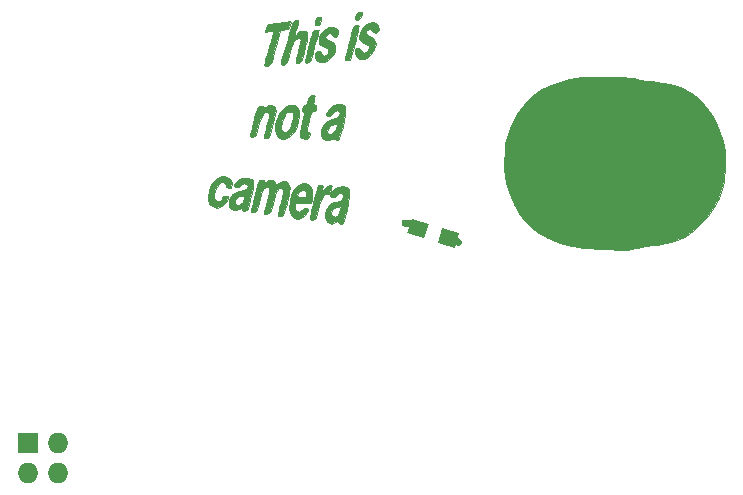
<source format=gbr>
G04 #@! TF.FileFunction,Copper,L1,Top,Signal*
%FSLAX46Y46*%
G04 Gerber Fmt 4.6, Leading zero omitted, Abs format (unit mm)*
G04 Created by KiCad (PCBNEW 4.0.6) date 07/30/18 20:29:26*
%MOMM*%
%LPD*%
G01*
G04 APERTURE LIST*
%ADD10C,0.100000*%
%ADD11C,0.010000*%
%ADD12R,1.727200X1.727200*%
%ADD13O,1.727200X1.727200*%
%ADD14C,0.600000*%
%ADD15C,0.609600*%
G04 APERTURE END LIST*
D10*
D11*
G36*
X136521922Y-95421601D02*
X137179081Y-95452981D01*
X137748012Y-95500771D01*
X138193201Y-95564942D01*
X138284783Y-95584419D01*
X138681261Y-95664283D01*
X139171138Y-95744669D01*
X139678921Y-95813834D01*
X139960228Y-95845007D01*
X140582013Y-95918756D01*
X141091014Y-96012550D01*
X141543712Y-96141630D01*
X141996588Y-96321235D01*
X142357393Y-96491837D01*
X143085043Y-96909632D01*
X143707481Y-97397664D01*
X144243385Y-97977759D01*
X144711434Y-98671742D01*
X145130309Y-99501439D01*
X145318251Y-99951433D01*
X145614881Y-100832060D01*
X145787413Y-101682735D01*
X145844167Y-102561758D01*
X145807316Y-103378000D01*
X145759614Y-103836529D01*
X145699114Y-104282140D01*
X145633911Y-104661122D01*
X145577558Y-104902000D01*
X145284979Y-105671371D01*
X144875768Y-106437093D01*
X144374000Y-107169534D01*
X143803755Y-107839062D01*
X143189109Y-108416045D01*
X142554140Y-108870850D01*
X142197666Y-109061590D01*
X141742175Y-109251612D01*
X141262340Y-109402773D01*
X140717848Y-109524776D01*
X140068384Y-109627322D01*
X139615333Y-109683118D01*
X139157261Y-109743707D01*
X138712030Y-109817451D01*
X138333189Y-109894633D01*
X138091333Y-109959648D01*
X137933726Y-110008994D01*
X137779761Y-110044748D01*
X137604192Y-110067407D01*
X137381773Y-110077469D01*
X137087259Y-110075433D01*
X136695404Y-110061797D01*
X136180961Y-110037058D01*
X135636000Y-110008082D01*
X135018843Y-109970596D01*
X134409460Y-109926242D01*
X133844595Y-109878241D01*
X133360994Y-109829811D01*
X132995400Y-109784171D01*
X132892151Y-109767719D01*
X131819509Y-109498492D01*
X130834543Y-109087571D01*
X129945353Y-108542735D01*
X129160040Y-107871762D01*
X128486706Y-107082430D01*
X127933452Y-106182518D01*
X127508379Y-105179803D01*
X127282345Y-104381585D01*
X127196213Y-103851530D01*
X127147642Y-103216310D01*
X127135962Y-102528820D01*
X127160506Y-101841952D01*
X127220606Y-101208597D01*
X127315594Y-100681648D01*
X127329771Y-100626333D01*
X127692717Y-99558655D01*
X128179158Y-98606479D01*
X128786738Y-97772012D01*
X129513100Y-97057462D01*
X130355890Y-96465037D01*
X131312750Y-95996944D01*
X132381326Y-95655392D01*
X132715000Y-95579656D01*
X133155719Y-95511932D01*
X133721299Y-95460801D01*
X134376223Y-95426233D01*
X135084978Y-95408197D01*
X135812049Y-95406663D01*
X136521922Y-95421601D01*
X136521922Y-95421601D01*
G37*
X136521922Y-95421601D02*
X137179081Y-95452981D01*
X137748012Y-95500771D01*
X138193201Y-95564942D01*
X138284783Y-95584419D01*
X138681261Y-95664283D01*
X139171138Y-95744669D01*
X139678921Y-95813834D01*
X139960228Y-95845007D01*
X140582013Y-95918756D01*
X141091014Y-96012550D01*
X141543712Y-96141630D01*
X141996588Y-96321235D01*
X142357393Y-96491837D01*
X143085043Y-96909632D01*
X143707481Y-97397664D01*
X144243385Y-97977759D01*
X144711434Y-98671742D01*
X145130309Y-99501439D01*
X145318251Y-99951433D01*
X145614881Y-100832060D01*
X145787413Y-101682735D01*
X145844167Y-102561758D01*
X145807316Y-103378000D01*
X145759614Y-103836529D01*
X145699114Y-104282140D01*
X145633911Y-104661122D01*
X145577558Y-104902000D01*
X145284979Y-105671371D01*
X144875768Y-106437093D01*
X144374000Y-107169534D01*
X143803755Y-107839062D01*
X143189109Y-108416045D01*
X142554140Y-108870850D01*
X142197666Y-109061590D01*
X141742175Y-109251612D01*
X141262340Y-109402773D01*
X140717848Y-109524776D01*
X140068384Y-109627322D01*
X139615333Y-109683118D01*
X139157261Y-109743707D01*
X138712030Y-109817451D01*
X138333189Y-109894633D01*
X138091333Y-109959648D01*
X137933726Y-110008994D01*
X137779761Y-110044748D01*
X137604192Y-110067407D01*
X137381773Y-110077469D01*
X137087259Y-110075433D01*
X136695404Y-110061797D01*
X136180961Y-110037058D01*
X135636000Y-110008082D01*
X135018843Y-109970596D01*
X134409460Y-109926242D01*
X133844595Y-109878241D01*
X133360994Y-109829811D01*
X132995400Y-109784171D01*
X132892151Y-109767719D01*
X131819509Y-109498492D01*
X130834543Y-109087571D01*
X129945353Y-108542735D01*
X129160040Y-107871762D01*
X128486706Y-107082430D01*
X127933452Y-106182518D01*
X127508379Y-105179803D01*
X127282345Y-104381585D01*
X127196213Y-103851530D01*
X127147642Y-103216310D01*
X127135962Y-102528820D01*
X127160506Y-101841952D01*
X127220606Y-101208597D01*
X127315594Y-100681648D01*
X127329771Y-100626333D01*
X127692717Y-99558655D01*
X128179158Y-98606479D01*
X128786738Y-97772012D01*
X129513100Y-97057462D01*
X130355890Y-96465037D01*
X131312750Y-95996944D01*
X132381326Y-95655392D01*
X132715000Y-95579656D01*
X133155719Y-95511932D01*
X133721299Y-95460801D01*
X134376223Y-95426233D01*
X135084978Y-95408197D01*
X135812049Y-95406663D01*
X136521922Y-95421601D01*
G36*
X113492696Y-104680270D02*
X113722757Y-104730567D01*
X113887172Y-104828809D01*
X113988069Y-104992992D01*
X114027574Y-105241114D01*
X114007814Y-105591169D01*
X113930916Y-106061155D01*
X113799006Y-106669067D01*
X113751537Y-106870500D01*
X113649088Y-107290407D01*
X113571344Y-107572276D01*
X113506257Y-107743363D01*
X113441777Y-107830926D01*
X113365854Y-107862222D01*
X113311768Y-107865333D01*
X113137579Y-107821111D01*
X113063728Y-107746439D01*
X113008882Y-107673661D01*
X112898903Y-107693585D01*
X112791219Y-107745918D01*
X112544385Y-107847119D01*
X112359508Y-107830920D01*
X112168263Y-107688083D01*
X112137151Y-107657515D01*
X111974810Y-107387792D01*
X111945764Y-107128467D01*
X112485695Y-107128467D01*
X112491100Y-107144931D01*
X112608238Y-107250518D01*
X112796826Y-107261382D01*
X112989637Y-107179975D01*
X113050796Y-107124500D01*
X113162236Y-106942440D01*
X113258259Y-106696142D01*
X113265681Y-106669983D01*
X113348859Y-106363633D01*
X113072416Y-106425981D01*
X112851032Y-106487096D01*
X112698744Y-106548455D01*
X112696097Y-106550055D01*
X112571273Y-106701812D01*
X112490284Y-106926117D01*
X112485695Y-107128467D01*
X111945764Y-107128467D01*
X111938834Y-107066604D01*
X112011812Y-106731942D01*
X112176333Y-106421796D01*
X112414985Y-106174156D01*
X112710358Y-106027011D01*
X112895579Y-106002666D01*
X113205842Y-105948083D01*
X113425580Y-105801452D01*
X113522313Y-105588457D01*
X113521667Y-105507646D01*
X113458945Y-105331165D01*
X113292729Y-105260124D01*
X113263549Y-105256278D01*
X113070130Y-105274572D01*
X112948055Y-105414623D01*
X112930100Y-105451954D01*
X112826709Y-105608467D01*
X112683603Y-105634659D01*
X112612058Y-105619960D01*
X112429822Y-105566272D01*
X112372903Y-105495482D01*
X112422001Y-105353764D01*
X112477534Y-105244790D01*
X112727496Y-104923868D01*
X113063082Y-104727074D01*
X113445970Y-104675718D01*
X113492696Y-104680270D01*
X113492696Y-104680270D01*
G37*
X113492696Y-104680270D02*
X113722757Y-104730567D01*
X113887172Y-104828809D01*
X113988069Y-104992992D01*
X114027574Y-105241114D01*
X114007814Y-105591169D01*
X113930916Y-106061155D01*
X113799006Y-106669067D01*
X113751537Y-106870500D01*
X113649088Y-107290407D01*
X113571344Y-107572276D01*
X113506257Y-107743363D01*
X113441777Y-107830926D01*
X113365854Y-107862222D01*
X113311768Y-107865333D01*
X113137579Y-107821111D01*
X113063728Y-107746439D01*
X113008882Y-107673661D01*
X112898903Y-107693585D01*
X112791219Y-107745918D01*
X112544385Y-107847119D01*
X112359508Y-107830920D01*
X112168263Y-107688083D01*
X112137151Y-107657515D01*
X111974810Y-107387792D01*
X111945764Y-107128467D01*
X112485695Y-107128467D01*
X112491100Y-107144931D01*
X112608238Y-107250518D01*
X112796826Y-107261382D01*
X112989637Y-107179975D01*
X113050796Y-107124500D01*
X113162236Y-106942440D01*
X113258259Y-106696142D01*
X113265681Y-106669983D01*
X113348859Y-106363633D01*
X113072416Y-106425981D01*
X112851032Y-106487096D01*
X112698744Y-106548455D01*
X112696097Y-106550055D01*
X112571273Y-106701812D01*
X112490284Y-106926117D01*
X112485695Y-107128467D01*
X111945764Y-107128467D01*
X111938834Y-107066604D01*
X112011812Y-106731942D01*
X112176333Y-106421796D01*
X112414985Y-106174156D01*
X112710358Y-106027011D01*
X112895579Y-106002666D01*
X113205842Y-105948083D01*
X113425580Y-105801452D01*
X113522313Y-105588457D01*
X113521667Y-105507646D01*
X113458945Y-105331165D01*
X113292729Y-105260124D01*
X113263549Y-105256278D01*
X113070130Y-105274572D01*
X112948055Y-105414623D01*
X112930100Y-105451954D01*
X112826709Y-105608467D01*
X112683603Y-105634659D01*
X112612058Y-105619960D01*
X112429822Y-105566272D01*
X112372903Y-105495482D01*
X112422001Y-105353764D01*
X112477534Y-105244790D01*
X112727496Y-104923868D01*
X113063082Y-104727074D01*
X113445970Y-104675718D01*
X113492696Y-104680270D01*
G36*
X111530024Y-104562755D02*
X111561206Y-104563333D01*
X111712279Y-104584103D01*
X111755131Y-104681286D01*
X111742631Y-104812622D01*
X111706043Y-105061911D01*
X111989967Y-104812622D01*
X112209669Y-104650051D01*
X112392897Y-104567616D01*
X112504032Y-104577766D01*
X112521527Y-104626833D01*
X112500321Y-104743031D01*
X112448376Y-104951078D01*
X112432881Y-105007833D01*
X112348296Y-105225709D01*
X112234443Y-105315553D01*
X112151778Y-105325333D01*
X111949702Y-105374641D01*
X111774035Y-105533364D01*
X111614859Y-105817701D01*
X111462256Y-106243852D01*
X111357138Y-106623058D01*
X111254005Y-107017942D01*
X111176781Y-107277005D01*
X111110773Y-107428820D01*
X111041288Y-107501960D01*
X110953636Y-107524998D01*
X110892506Y-107526666D01*
X110704427Y-107484905D01*
X110659333Y-107394714D01*
X110679119Y-107265222D01*
X110733083Y-107008188D01*
X110813137Y-106660042D01*
X110911188Y-106257215D01*
X110917857Y-106230547D01*
X111058692Y-105667214D01*
X111165067Y-105246952D01*
X111245024Y-104948920D01*
X111306606Y-104752276D01*
X111357854Y-104636179D01*
X111406812Y-104579788D01*
X111461521Y-104562260D01*
X111530024Y-104562755D01*
X111530024Y-104562755D01*
G37*
X111530024Y-104562755D02*
X111561206Y-104563333D01*
X111712279Y-104584103D01*
X111755131Y-104681286D01*
X111742631Y-104812622D01*
X111706043Y-105061911D01*
X111989967Y-104812622D01*
X112209669Y-104650051D01*
X112392897Y-104567616D01*
X112504032Y-104577766D01*
X112521527Y-104626833D01*
X112500321Y-104743031D01*
X112448376Y-104951078D01*
X112432881Y-105007833D01*
X112348296Y-105225709D01*
X112234443Y-105315553D01*
X112151778Y-105325333D01*
X111949702Y-105374641D01*
X111774035Y-105533364D01*
X111614859Y-105817701D01*
X111462256Y-106243852D01*
X111357138Y-106623058D01*
X111254005Y-107017942D01*
X111176781Y-107277005D01*
X111110773Y-107428820D01*
X111041288Y-107501960D01*
X110953636Y-107524998D01*
X110892506Y-107526666D01*
X110704427Y-107484905D01*
X110659333Y-107394714D01*
X110679119Y-107265222D01*
X110733083Y-107008188D01*
X110813137Y-106660042D01*
X110911188Y-106257215D01*
X110917857Y-106230547D01*
X111058692Y-105667214D01*
X111165067Y-105246952D01*
X111245024Y-104948920D01*
X111306606Y-104752276D01*
X111357854Y-104636179D01*
X111406812Y-104579788D01*
X111461521Y-104562260D01*
X111530024Y-104562755D01*
G36*
X110530547Y-104470156D02*
X110726448Y-104681537D01*
X110847622Y-105002513D01*
X110883161Y-105407451D01*
X110847448Y-105748666D01*
X110778497Y-106129666D01*
X110083915Y-106103917D01*
X109389333Y-106078169D01*
X109389333Y-106362151D01*
X109441579Y-106648540D01*
X109578134Y-106813868D01*
X109768719Y-106843235D01*
X109983056Y-106721744D01*
X110027706Y-106676272D01*
X110206579Y-106556885D01*
X110396231Y-106536813D01*
X110533509Y-106617885D01*
X110554650Y-106661012D01*
X110518723Y-106775649D01*
X110388687Y-106957841D01*
X110253742Y-107105512D01*
X109927158Y-107359931D01*
X109622761Y-107446896D01*
X109338949Y-107366608D01*
X109179429Y-107239792D01*
X108976053Y-106925159D01*
X108902557Y-106514199D01*
X108958120Y-106000560D01*
X108997774Y-105833333D01*
X109107334Y-105523739D01*
X109587161Y-105523739D01*
X109722191Y-105580894D01*
X109876166Y-105601572D01*
X110149465Y-105622499D01*
X110298363Y-105603582D01*
X110365995Y-105529587D01*
X110390666Y-105419874D01*
X110367084Y-105177378D01*
X110239614Y-105034721D01*
X110049939Y-105005245D01*
X109839744Y-105102291D01*
X109734145Y-105209751D01*
X109595000Y-105410659D01*
X109587161Y-105523739D01*
X109107334Y-105523739D01*
X109192619Y-105282745D01*
X109451887Y-104852500D01*
X109763293Y-104556487D01*
X110114548Y-104408600D01*
X110270830Y-104394000D01*
X110530547Y-104470156D01*
X110530547Y-104470156D01*
G37*
X110530547Y-104470156D02*
X110726448Y-104681537D01*
X110847622Y-105002513D01*
X110883161Y-105407451D01*
X110847448Y-105748666D01*
X110778497Y-106129666D01*
X110083915Y-106103917D01*
X109389333Y-106078169D01*
X109389333Y-106362151D01*
X109441579Y-106648540D01*
X109578134Y-106813868D01*
X109768719Y-106843235D01*
X109983056Y-106721744D01*
X110027706Y-106676272D01*
X110206579Y-106556885D01*
X110396231Y-106536813D01*
X110533509Y-106617885D01*
X110554650Y-106661012D01*
X110518723Y-106775649D01*
X110388687Y-106957841D01*
X110253742Y-107105512D01*
X109927158Y-107359931D01*
X109622761Y-107446896D01*
X109338949Y-107366608D01*
X109179429Y-107239792D01*
X108976053Y-106925159D01*
X108902557Y-106514199D01*
X108958120Y-106000560D01*
X108997774Y-105833333D01*
X109107334Y-105523739D01*
X109587161Y-105523739D01*
X109722191Y-105580894D01*
X109876166Y-105601572D01*
X110149465Y-105622499D01*
X110298363Y-105603582D01*
X110365995Y-105529587D01*
X110390666Y-105419874D01*
X110367084Y-105177378D01*
X110239614Y-105034721D01*
X110049939Y-105005245D01*
X109839744Y-105102291D01*
X109734145Y-105209751D01*
X109595000Y-105410659D01*
X109587161Y-105523739D01*
X109107334Y-105523739D01*
X109192619Y-105282745D01*
X109451887Y-104852500D01*
X109763293Y-104556487D01*
X110114548Y-104408600D01*
X110270830Y-104394000D01*
X110530547Y-104470156D01*
G36*
X106777510Y-104155646D02*
X106824858Y-104225409D01*
X106804199Y-104318156D01*
X106747654Y-104496313D01*
X106998632Y-104310757D01*
X107218520Y-104193243D01*
X107423396Y-104151885D01*
X107442991Y-104153767D01*
X107580277Y-104198744D01*
X107696707Y-104314105D01*
X107834474Y-104542185D01*
X107839707Y-104551819D01*
X107909092Y-104526536D01*
X108057419Y-104424231D01*
X108083959Y-104403652D01*
X108375317Y-104252508D01*
X108637310Y-104255176D01*
X108839816Y-104397305D01*
X108952712Y-104664545D01*
X108966260Y-104824000D01*
X108945407Y-105017621D01*
X108888421Y-105331346D01*
X108803984Y-105721978D01*
X108700774Y-106146326D01*
X108699615Y-106150833D01*
X108588204Y-106578589D01*
X108505378Y-106868858D01*
X108438077Y-107048287D01*
X108373245Y-107143521D01*
X108297822Y-107181208D01*
X108198752Y-107187993D01*
X108191355Y-107188000D01*
X108018581Y-107168703D01*
X107950308Y-107124500D01*
X107970063Y-107021892D01*
X108023585Y-106789956D01*
X108102637Y-106463401D01*
X108196232Y-106087844D01*
X108312150Y-105589370D01*
X108369351Y-105231533D01*
X108367322Y-104995950D01*
X108305546Y-104864242D01*
X108183509Y-104818028D01*
X108160639Y-104817333D01*
X108027958Y-104874078D01*
X107896335Y-105053103D01*
X107759352Y-105367593D01*
X107610589Y-105830733D01*
X107535166Y-106102052D01*
X107429983Y-106488419D01*
X107351559Y-106740996D01*
X107282912Y-106889579D01*
X107207058Y-106963965D01*
X107107013Y-106993950D01*
X107021235Y-107003717D01*
X106835833Y-107009080D01*
X106779882Y-106960575D01*
X106798694Y-106882779D01*
X106874135Y-106651326D01*
X106960660Y-106332927D01*
X107049275Y-105968497D01*
X107130988Y-105598955D01*
X107196805Y-105265215D01*
X107237732Y-105008195D01*
X107244777Y-104868810D01*
X107242890Y-104861860D01*
X107127825Y-104749827D01*
X106954176Y-104751078D01*
X106782310Y-104858377D01*
X106731474Y-104923166D01*
X106659085Y-105083309D01*
X106560934Y-105363327D01*
X106451858Y-105718701D01*
X106378797Y-105981500D01*
X106274342Y-106366532D01*
X106196372Y-106616664D01*
X106129052Y-106760955D01*
X106056549Y-106828465D01*
X105963029Y-106848253D01*
X105905941Y-106849333D01*
X105732805Y-106829212D01*
X105664000Y-106782979D01*
X105685043Y-106682101D01*
X105743060Y-106447790D01*
X105830375Y-106109956D01*
X105939318Y-105698508D01*
X106002666Y-105462810D01*
X106119610Y-105027726D01*
X106219074Y-104653610D01*
X106293445Y-104369420D01*
X106335111Y-104204110D01*
X106341333Y-104174497D01*
X106415183Y-104150461D01*
X106593613Y-104140014D01*
X106601038Y-104140000D01*
X106777510Y-104155646D01*
X106777510Y-104155646D01*
G37*
X106777510Y-104155646D02*
X106824858Y-104225409D01*
X106804199Y-104318156D01*
X106747654Y-104496313D01*
X106998632Y-104310757D01*
X107218520Y-104193243D01*
X107423396Y-104151885D01*
X107442991Y-104153767D01*
X107580277Y-104198744D01*
X107696707Y-104314105D01*
X107834474Y-104542185D01*
X107839707Y-104551819D01*
X107909092Y-104526536D01*
X108057419Y-104424231D01*
X108083959Y-104403652D01*
X108375317Y-104252508D01*
X108637310Y-104255176D01*
X108839816Y-104397305D01*
X108952712Y-104664545D01*
X108966260Y-104824000D01*
X108945407Y-105017621D01*
X108888421Y-105331346D01*
X108803984Y-105721978D01*
X108700774Y-106146326D01*
X108699615Y-106150833D01*
X108588204Y-106578589D01*
X108505378Y-106868858D01*
X108438077Y-107048287D01*
X108373245Y-107143521D01*
X108297822Y-107181208D01*
X108198752Y-107187993D01*
X108191355Y-107188000D01*
X108018581Y-107168703D01*
X107950308Y-107124500D01*
X107970063Y-107021892D01*
X108023585Y-106789956D01*
X108102637Y-106463401D01*
X108196232Y-106087844D01*
X108312150Y-105589370D01*
X108369351Y-105231533D01*
X108367322Y-104995950D01*
X108305546Y-104864242D01*
X108183509Y-104818028D01*
X108160639Y-104817333D01*
X108027958Y-104874078D01*
X107896335Y-105053103D01*
X107759352Y-105367593D01*
X107610589Y-105830733D01*
X107535166Y-106102052D01*
X107429983Y-106488419D01*
X107351559Y-106740996D01*
X107282912Y-106889579D01*
X107207058Y-106963965D01*
X107107013Y-106993950D01*
X107021235Y-107003717D01*
X106835833Y-107009080D01*
X106779882Y-106960575D01*
X106798694Y-106882779D01*
X106874135Y-106651326D01*
X106960660Y-106332927D01*
X107049275Y-105968497D01*
X107130988Y-105598955D01*
X107196805Y-105265215D01*
X107237732Y-105008195D01*
X107244777Y-104868810D01*
X107242890Y-104861860D01*
X107127825Y-104749827D01*
X106954176Y-104751078D01*
X106782310Y-104858377D01*
X106731474Y-104923166D01*
X106659085Y-105083309D01*
X106560934Y-105363327D01*
X106451858Y-105718701D01*
X106378797Y-105981500D01*
X106274342Y-106366532D01*
X106196372Y-106616664D01*
X106129052Y-106760955D01*
X106056549Y-106828465D01*
X105963029Y-106848253D01*
X105905941Y-106849333D01*
X105732805Y-106829212D01*
X105664000Y-106782979D01*
X105685043Y-106682101D01*
X105743060Y-106447790D01*
X105830375Y-106109956D01*
X105939318Y-105698508D01*
X106002666Y-105462810D01*
X106119610Y-105027726D01*
X106219074Y-104653610D01*
X106293445Y-104369420D01*
X106335111Y-104204110D01*
X106341333Y-104174497D01*
X106415183Y-104150461D01*
X106593613Y-104140014D01*
X106601038Y-104140000D01*
X106777510Y-104155646D01*
G36*
X105452673Y-104002249D02*
X105692103Y-104081016D01*
X105737541Y-104107870D01*
X105835681Y-104204021D01*
X105890472Y-104340985D01*
X105900361Y-104542203D01*
X105863796Y-104831114D01*
X105779221Y-105231160D01*
X105645085Y-105765781D01*
X105621788Y-105854500D01*
X105515524Y-106250608D01*
X105436346Y-106511085D01*
X105369284Y-106664327D01*
X105299365Y-106738730D01*
X105211620Y-106762690D01*
X105141922Y-106764666D01*
X104952738Y-106726848D01*
X104902000Y-106627299D01*
X104877662Y-106537804D01*
X104781257Y-106590140D01*
X104625422Y-106646930D01*
X104382299Y-106667367D01*
X104295995Y-106664007D01*
X104052932Y-106629159D01*
X103921962Y-106549474D01*
X103854574Y-106417668D01*
X103814158Y-106074598D01*
X103851363Y-105911075D01*
X104309333Y-105911075D01*
X104366176Y-106137306D01*
X104509802Y-106247502D01*
X104699852Y-106237472D01*
X104895969Y-106103026D01*
X104987594Y-105981500D01*
X105121647Y-105725840D01*
X105137689Y-105574052D01*
X105032017Y-105505078D01*
X104902000Y-105494666D01*
X104683897Y-105545615D01*
X104474480Y-105669955D01*
X104334611Y-105824924D01*
X104309333Y-105911075D01*
X103851363Y-105911075D01*
X103896569Y-105712388D01*
X104083670Y-105405723D01*
X104105954Y-105382469D01*
X104341355Y-105219101D01*
X104672913Y-105124991D01*
X104783634Y-105108924D01*
X105115182Y-105041872D01*
X105297854Y-104939005D01*
X105327736Y-104897510D01*
X105403372Y-104689610D01*
X105346847Y-104551022D01*
X105240100Y-104478363D01*
X105099570Y-104438565D01*
X104960406Y-104505810D01*
X104854734Y-104602901D01*
X104653028Y-104754086D01*
X104459082Y-104772382D01*
X104431967Y-104766338D01*
X104274894Y-104702112D01*
X104242482Y-104603029D01*
X104338514Y-104445237D01*
X104512533Y-104258533D01*
X104730328Y-104071320D01*
X104937184Y-103987699D01*
X105171027Y-103970666D01*
X105452673Y-104002249D01*
X105452673Y-104002249D01*
G37*
X105452673Y-104002249D02*
X105692103Y-104081016D01*
X105737541Y-104107870D01*
X105835681Y-104204021D01*
X105890472Y-104340985D01*
X105900361Y-104542203D01*
X105863796Y-104831114D01*
X105779221Y-105231160D01*
X105645085Y-105765781D01*
X105621788Y-105854500D01*
X105515524Y-106250608D01*
X105436346Y-106511085D01*
X105369284Y-106664327D01*
X105299365Y-106738730D01*
X105211620Y-106762690D01*
X105141922Y-106764666D01*
X104952738Y-106726848D01*
X104902000Y-106627299D01*
X104877662Y-106537804D01*
X104781257Y-106590140D01*
X104625422Y-106646930D01*
X104382299Y-106667367D01*
X104295995Y-106664007D01*
X104052932Y-106629159D01*
X103921962Y-106549474D01*
X103854574Y-106417668D01*
X103814158Y-106074598D01*
X103851363Y-105911075D01*
X104309333Y-105911075D01*
X104366176Y-106137306D01*
X104509802Y-106247502D01*
X104699852Y-106237472D01*
X104895969Y-106103026D01*
X104987594Y-105981500D01*
X105121647Y-105725840D01*
X105137689Y-105574052D01*
X105032017Y-105505078D01*
X104902000Y-105494666D01*
X104683897Y-105545615D01*
X104474480Y-105669955D01*
X104334611Y-105824924D01*
X104309333Y-105911075D01*
X103851363Y-105911075D01*
X103896569Y-105712388D01*
X104083670Y-105405723D01*
X104105954Y-105382469D01*
X104341355Y-105219101D01*
X104672913Y-105124991D01*
X104783634Y-105108924D01*
X105115182Y-105041872D01*
X105297854Y-104939005D01*
X105327736Y-104897510D01*
X105403372Y-104689610D01*
X105346847Y-104551022D01*
X105240100Y-104478363D01*
X105099570Y-104438565D01*
X104960406Y-104505810D01*
X104854734Y-104602901D01*
X104653028Y-104754086D01*
X104459082Y-104772382D01*
X104431967Y-104766338D01*
X104274894Y-104702112D01*
X104242482Y-104603029D01*
X104338514Y-104445237D01*
X104512533Y-104258533D01*
X104730328Y-104071320D01*
X104937184Y-103987699D01*
X105171027Y-103970666D01*
X105452673Y-104002249D01*
G36*
X103703445Y-103877082D02*
X103926432Y-104083462D01*
X104044047Y-104389171D01*
X104055333Y-104532418D01*
X104039674Y-104726459D01*
X103961721Y-104804028D01*
X103801333Y-104817333D01*
X103613311Y-104789099D01*
X103548819Y-104688234D01*
X103547333Y-104658366D01*
X103476174Y-104454883D01*
X103301464Y-104344170D01*
X103126643Y-104350827D01*
X102947347Y-104480921D01*
X102786121Y-104722561D01*
X102658415Y-105027198D01*
X102579681Y-105346287D01*
X102565371Y-105631280D01*
X102630936Y-105833629D01*
X102648348Y-105853586D01*
X102841127Y-105946279D01*
X103047611Y-105899520D01*
X103212430Y-105728459D01*
X103229425Y-105694583D01*
X103361375Y-105550849D01*
X103545641Y-105490951D01*
X103711734Y-105529998D01*
X103759954Y-105580877D01*
X103755632Y-105715485D01*
X103658066Y-105914236D01*
X103500597Y-106128803D01*
X103316566Y-106310857D01*
X103204697Y-106385719D01*
X102849824Y-106500114D01*
X102530473Y-106451668D01*
X102303221Y-106306144D01*
X102171340Y-106175061D01*
X102100198Y-106033919D01*
X102071953Y-105826461D01*
X102068300Y-105565311D01*
X102130724Y-105051650D01*
X102299864Y-104594022D01*
X102556377Y-104217988D01*
X102880923Y-103949112D01*
X103254158Y-103812957D01*
X103403015Y-103801333D01*
X103703445Y-103877082D01*
X103703445Y-103877082D01*
G37*
X103703445Y-103877082D02*
X103926432Y-104083462D01*
X104044047Y-104389171D01*
X104055333Y-104532418D01*
X104039674Y-104726459D01*
X103961721Y-104804028D01*
X103801333Y-104817333D01*
X103613311Y-104789099D01*
X103548819Y-104688234D01*
X103547333Y-104658366D01*
X103476174Y-104454883D01*
X103301464Y-104344170D01*
X103126643Y-104350827D01*
X102947347Y-104480921D01*
X102786121Y-104722561D01*
X102658415Y-105027198D01*
X102579681Y-105346287D01*
X102565371Y-105631280D01*
X102630936Y-105833629D01*
X102648348Y-105853586D01*
X102841127Y-105946279D01*
X103047611Y-105899520D01*
X103212430Y-105728459D01*
X103229425Y-105694583D01*
X103361375Y-105550849D01*
X103545641Y-105490951D01*
X103711734Y-105529998D01*
X103759954Y-105580877D01*
X103755632Y-105715485D01*
X103658066Y-105914236D01*
X103500597Y-106128803D01*
X103316566Y-106310857D01*
X103204697Y-106385719D01*
X102849824Y-106500114D01*
X102530473Y-106451668D01*
X102303221Y-106306144D01*
X102171340Y-106175061D01*
X102100198Y-106033919D01*
X102071953Y-105826461D01*
X102068300Y-105565311D01*
X102130724Y-105051650D01*
X102299864Y-104594022D01*
X102556377Y-104217988D01*
X102880923Y-103949112D01*
X103254158Y-103812957D01*
X103403015Y-103801333D01*
X103703445Y-103877082D01*
G36*
X113532239Y-97801307D02*
X113565002Y-97829097D01*
X113648204Y-97946583D01*
X113691126Y-98109332D01*
X113692129Y-98341175D01*
X113649578Y-98665940D01*
X113561834Y-99107458D01*
X113441164Y-99631500D01*
X113332850Y-100080106D01*
X113251801Y-100389667D01*
X113186485Y-100585966D01*
X113125367Y-100694785D01*
X113056915Y-100741908D01*
X112969596Y-100753118D01*
X112939347Y-100753333D01*
X112755096Y-100719169D01*
X112666638Y-100647500D01*
X112610102Y-100584124D01*
X112515650Y-100647500D01*
X112328369Y-100736553D01*
X112080375Y-100755685D01*
X111842855Y-100709822D01*
X111686996Y-100603887D01*
X111678312Y-100589566D01*
X111585655Y-100251731D01*
X111608212Y-100076666D01*
X112149623Y-100076666D01*
X112161008Y-100139500D01*
X112267382Y-100234881D01*
X112444413Y-100235561D01*
X112629942Y-100151882D01*
X112734645Y-100044054D01*
X112857978Y-99807250D01*
X112939977Y-99586674D01*
X112980748Y-99412957D01*
X112940409Y-99362815D01*
X112788879Y-99398135D01*
X112565144Y-99470918D01*
X112422082Y-99523636D01*
X112287455Y-99650771D01*
X112184757Y-99863135D01*
X112149623Y-100076666D01*
X111608212Y-100076666D01*
X111631731Y-99894147D01*
X111795492Y-99553134D01*
X112055890Y-99265016D01*
X112391878Y-99066115D01*
X112594089Y-99009167D01*
X112932713Y-98897171D01*
X113139557Y-98713228D01*
X113199333Y-98505602D01*
X113140605Y-98330789D01*
X112997279Y-98256061D01*
X112818637Y-98277823D01*
X112653964Y-98392480D01*
X112564361Y-98551910D01*
X112453168Y-98687054D01*
X112262294Y-98721333D01*
X112086299Y-98707543D01*
X112014000Y-98674795D01*
X112064639Y-98524854D01*
X112190628Y-98310470D01*
X112353068Y-98092189D01*
X112466350Y-97970693D01*
X112714010Y-97815181D01*
X113014257Y-97729951D01*
X113307023Y-97722746D01*
X113532239Y-97801307D01*
X113532239Y-97801307D01*
G37*
X113532239Y-97801307D02*
X113565002Y-97829097D01*
X113648204Y-97946583D01*
X113691126Y-98109332D01*
X113692129Y-98341175D01*
X113649578Y-98665940D01*
X113561834Y-99107458D01*
X113441164Y-99631500D01*
X113332850Y-100080106D01*
X113251801Y-100389667D01*
X113186485Y-100585966D01*
X113125367Y-100694785D01*
X113056915Y-100741908D01*
X112969596Y-100753118D01*
X112939347Y-100753333D01*
X112755096Y-100719169D01*
X112666638Y-100647500D01*
X112610102Y-100584124D01*
X112515650Y-100647500D01*
X112328369Y-100736553D01*
X112080375Y-100755685D01*
X111842855Y-100709822D01*
X111686996Y-100603887D01*
X111678312Y-100589566D01*
X111585655Y-100251731D01*
X111608212Y-100076666D01*
X112149623Y-100076666D01*
X112161008Y-100139500D01*
X112267382Y-100234881D01*
X112444413Y-100235561D01*
X112629942Y-100151882D01*
X112734645Y-100044054D01*
X112857978Y-99807250D01*
X112939977Y-99586674D01*
X112980748Y-99412957D01*
X112940409Y-99362815D01*
X112788879Y-99398135D01*
X112565144Y-99470918D01*
X112422082Y-99523636D01*
X112287455Y-99650771D01*
X112184757Y-99863135D01*
X112149623Y-100076666D01*
X111608212Y-100076666D01*
X111631731Y-99894147D01*
X111795492Y-99553134D01*
X112055890Y-99265016D01*
X112391878Y-99066115D01*
X112594089Y-99009167D01*
X112932713Y-98897171D01*
X113139557Y-98713228D01*
X113199333Y-98505602D01*
X113140605Y-98330789D01*
X112997279Y-98256061D01*
X112818637Y-98277823D01*
X112653964Y-98392480D01*
X112564361Y-98551910D01*
X112453168Y-98687054D01*
X112262294Y-98721333D01*
X112086299Y-98707543D01*
X112014000Y-98674795D01*
X112064639Y-98524854D01*
X112190628Y-98310470D01*
X112353068Y-98092189D01*
X112466350Y-97970693D01*
X112714010Y-97815181D01*
X113014257Y-97729951D01*
X113307023Y-97722746D01*
X113532239Y-97801307D01*
G36*
X109427939Y-97835053D02*
X109626345Y-97982177D01*
X109733401Y-98249317D01*
X109762135Y-98654418D01*
X109761951Y-98667175D01*
X109680653Y-99266613D01*
X109467856Y-99815541D01*
X109140638Y-100273622D01*
X109040300Y-100371625D01*
X108710031Y-100594355D01*
X108385930Y-100674405D01*
X108095234Y-100608454D01*
X107954722Y-100504055D01*
X107778716Y-100216343D01*
X107716167Y-99849719D01*
X107737817Y-99607239D01*
X108264350Y-99607239D01*
X108274842Y-99857449D01*
X108298977Y-99925932D01*
X108448402Y-100062039D01*
X108647273Y-100065852D01*
X108850647Y-99945667D01*
X108965191Y-99802976D01*
X109086577Y-99543686D01*
X109187589Y-99223254D01*
X109254735Y-98900946D01*
X109274525Y-98636030D01*
X109256237Y-98524311D01*
X109130227Y-98411772D01*
X108963846Y-98382666D01*
X108763837Y-98429436D01*
X108597892Y-98594363D01*
X108548898Y-98668916D01*
X108412867Y-98955186D01*
X108314188Y-99287222D01*
X108264350Y-99607239D01*
X107737817Y-99607239D01*
X107753043Y-99436721D01*
X107875313Y-99009885D01*
X108068946Y-98601748D01*
X108319911Y-98244845D01*
X108614175Y-97971714D01*
X108937708Y-97814891D01*
X109125157Y-97790000D01*
X109427939Y-97835053D01*
X109427939Y-97835053D01*
G37*
X109427939Y-97835053D02*
X109626345Y-97982177D01*
X109733401Y-98249317D01*
X109762135Y-98654418D01*
X109761951Y-98667175D01*
X109680653Y-99266613D01*
X109467856Y-99815541D01*
X109140638Y-100273622D01*
X109040300Y-100371625D01*
X108710031Y-100594355D01*
X108385930Y-100674405D01*
X108095234Y-100608454D01*
X107954722Y-100504055D01*
X107778716Y-100216343D01*
X107716167Y-99849719D01*
X107737817Y-99607239D01*
X108264350Y-99607239D01*
X108274842Y-99857449D01*
X108298977Y-99925932D01*
X108448402Y-100062039D01*
X108647273Y-100065852D01*
X108850647Y-99945667D01*
X108965191Y-99802976D01*
X109086577Y-99543686D01*
X109187589Y-99223254D01*
X109254735Y-98900946D01*
X109274525Y-98636030D01*
X109256237Y-98524311D01*
X109130227Y-98411772D01*
X108963846Y-98382666D01*
X108763837Y-98429436D01*
X108597892Y-98594363D01*
X108548898Y-98668916D01*
X108412867Y-98955186D01*
X108314188Y-99287222D01*
X108264350Y-99607239D01*
X107737817Y-99607239D01*
X107753043Y-99436721D01*
X107875313Y-99009885D01*
X108068946Y-98601748D01*
X108319911Y-98244845D01*
X108614175Y-97971714D01*
X108937708Y-97814891D01*
X109125157Y-97790000D01*
X109427939Y-97835053D01*
G36*
X111074324Y-97007051D02*
X111058154Y-97173252D01*
X111046039Y-97239025D01*
X110995081Y-97477770D01*
X110946768Y-97654809D01*
X110941643Y-97669012D01*
X110960907Y-97766611D01*
X111083483Y-97790000D01*
X111218924Y-97819250D01*
X111230833Y-97938838D01*
X111220697Y-97980500D01*
X111179907Y-98153437D01*
X111168489Y-98228611D01*
X111095696Y-98284204D01*
X110979471Y-98313278D01*
X110877134Y-98353169D01*
X110791958Y-98460817D01*
X110706543Y-98668608D01*
X110603489Y-99008927D01*
X110601028Y-99017666D01*
X110482379Y-99469668D01*
X110422753Y-99782142D01*
X110420936Y-99973816D01*
X110475711Y-100063418D01*
X110532333Y-100076000D01*
X110633553Y-100118147D01*
X110651029Y-100262703D01*
X110605969Y-100478166D01*
X110523972Y-100618505D01*
X110347602Y-100667100D01*
X110285391Y-100668666D01*
X110064024Y-100638500D01*
X109914266Y-100567066D01*
X109845538Y-100461436D01*
X109820880Y-100305660D01*
X109842733Y-100071564D01*
X109913537Y-99730973D01*
X110024119Y-99298943D01*
X110129909Y-98901740D01*
X110194869Y-98639972D01*
X110221614Y-98485408D01*
X110212759Y-98409819D01*
X110170919Y-98384973D01*
X110109000Y-98382666D01*
X110005525Y-98350335D01*
X109993423Y-98232213D01*
X110061858Y-98014312D01*
X110174064Y-97845468D01*
X110290739Y-97775569D01*
X110419899Y-97666193D01*
X110523849Y-97398561D01*
X110531957Y-97366268D01*
X110604497Y-97126409D01*
X110694814Y-97007058D01*
X110841561Y-96960682D01*
X110864080Y-96957846D01*
X111019310Y-96950204D01*
X111074324Y-97007051D01*
X111074324Y-97007051D01*
G37*
X111074324Y-97007051D02*
X111058154Y-97173252D01*
X111046039Y-97239025D01*
X110995081Y-97477770D01*
X110946768Y-97654809D01*
X110941643Y-97669012D01*
X110960907Y-97766611D01*
X111083483Y-97790000D01*
X111218924Y-97819250D01*
X111230833Y-97938838D01*
X111220697Y-97980500D01*
X111179907Y-98153437D01*
X111168489Y-98228611D01*
X111095696Y-98284204D01*
X110979471Y-98313278D01*
X110877134Y-98353169D01*
X110791958Y-98460817D01*
X110706543Y-98668608D01*
X110603489Y-99008927D01*
X110601028Y-99017666D01*
X110482379Y-99469668D01*
X110422753Y-99782142D01*
X110420936Y-99973816D01*
X110475711Y-100063418D01*
X110532333Y-100076000D01*
X110633553Y-100118147D01*
X110651029Y-100262703D01*
X110605969Y-100478166D01*
X110523972Y-100618505D01*
X110347602Y-100667100D01*
X110285391Y-100668666D01*
X110064024Y-100638500D01*
X109914266Y-100567066D01*
X109845538Y-100461436D01*
X109820880Y-100305660D01*
X109842733Y-100071564D01*
X109913537Y-99730973D01*
X110024119Y-99298943D01*
X110129909Y-98901740D01*
X110194869Y-98639972D01*
X110221614Y-98485408D01*
X110212759Y-98409819D01*
X110170919Y-98384973D01*
X110109000Y-98382666D01*
X110005525Y-98350335D01*
X109993423Y-98232213D01*
X110061858Y-98014312D01*
X110174064Y-97845468D01*
X110290739Y-97775569D01*
X110419899Y-97666193D01*
X110523849Y-97398561D01*
X110531957Y-97366268D01*
X110604497Y-97126409D01*
X110694814Y-97007058D01*
X110841561Y-96960682D01*
X110864080Y-96957846D01*
X111019310Y-96950204D01*
X111074324Y-97007051D01*
G36*
X107559415Y-97854894D02*
X107684057Y-97942239D01*
X107756317Y-98081482D01*
X107775616Y-98294345D01*
X107741373Y-98602548D01*
X107653011Y-99027811D01*
X107513409Y-99578851D01*
X107400337Y-99998550D01*
X107316389Y-100281394D01*
X107247923Y-100454371D01*
X107181299Y-100544470D01*
X107102877Y-100578682D01*
X107005409Y-100584000D01*
X106833179Y-100564670D01*
X106765718Y-100520500D01*
X106787454Y-100415850D01*
X106844872Y-100187979D01*
X106927765Y-99876661D01*
X106977385Y-99695595D01*
X107109956Y-99172866D01*
X107176831Y-98793235D01*
X107178444Y-98543914D01*
X107115230Y-98412115D01*
X107021964Y-98382666D01*
X106837902Y-98435578D01*
X106672686Y-98604457D01*
X106517270Y-98904520D01*
X106362608Y-99350980D01*
X106286557Y-99619612D01*
X106180036Y-100007865D01*
X106100474Y-100261015D01*
X106032406Y-100407891D01*
X105960369Y-100477324D01*
X105868897Y-100498142D01*
X105814661Y-100499333D01*
X105644592Y-100471097D01*
X105579333Y-100408417D01*
X105600780Y-100304164D01*
X105658850Y-100071786D01*
X105744137Y-99746116D01*
X105847231Y-99361986D01*
X105958727Y-98954230D01*
X106069218Y-98557678D01*
X106169295Y-98207165D01*
X106223610Y-98022833D01*
X106343156Y-97901743D01*
X106513714Y-97874666D01*
X106685812Y-97897937D01*
X106718394Y-97978093D01*
X106711624Y-97999042D01*
X106720729Y-98055900D01*
X106837440Y-98022424D01*
X107001031Y-97938752D01*
X107233472Y-97827535D01*
X107398415Y-97804137D01*
X107559415Y-97854894D01*
X107559415Y-97854894D01*
G37*
X107559415Y-97854894D02*
X107684057Y-97942239D01*
X107756317Y-98081482D01*
X107775616Y-98294345D01*
X107741373Y-98602548D01*
X107653011Y-99027811D01*
X107513409Y-99578851D01*
X107400337Y-99998550D01*
X107316389Y-100281394D01*
X107247923Y-100454371D01*
X107181299Y-100544470D01*
X107102877Y-100578682D01*
X107005409Y-100584000D01*
X106833179Y-100564670D01*
X106765718Y-100520500D01*
X106787454Y-100415850D01*
X106844872Y-100187979D01*
X106927765Y-99876661D01*
X106977385Y-99695595D01*
X107109956Y-99172866D01*
X107176831Y-98793235D01*
X107178444Y-98543914D01*
X107115230Y-98412115D01*
X107021964Y-98382666D01*
X106837902Y-98435578D01*
X106672686Y-98604457D01*
X106517270Y-98904520D01*
X106362608Y-99350980D01*
X106286557Y-99619612D01*
X106180036Y-100007865D01*
X106100474Y-100261015D01*
X106032406Y-100407891D01*
X105960369Y-100477324D01*
X105868897Y-100498142D01*
X105814661Y-100499333D01*
X105644592Y-100471097D01*
X105579333Y-100408417D01*
X105600780Y-100304164D01*
X105658850Y-100071786D01*
X105744137Y-99746116D01*
X105847231Y-99361986D01*
X105958727Y-98954230D01*
X106069218Y-98557678D01*
X106169295Y-98207165D01*
X106223610Y-98022833D01*
X106343156Y-97901743D01*
X106513714Y-97874666D01*
X106685812Y-97897937D01*
X106718394Y-97978093D01*
X106711624Y-97999042D01*
X106720729Y-98055900D01*
X106837440Y-98022424D01*
X107001031Y-97938752D01*
X107233472Y-97827535D01*
X107398415Y-97804137D01*
X107559415Y-97854894D01*
G36*
X109034591Y-90722970D02*
X109034959Y-90723248D01*
X109038442Y-90812026D01*
X109012962Y-91002705D01*
X109004772Y-91048204D01*
X108944846Y-91255828D01*
X108829652Y-91356228D01*
X108639479Y-91402119D01*
X108411354Y-91442958D01*
X108254183Y-91476512D01*
X108241319Y-91480074D01*
X108190006Y-91566824D01*
X108105333Y-91789616D01*
X107996600Y-92120620D01*
X107873105Y-92532007D01*
X107783837Y-92849310D01*
X107655292Y-93311128D01*
X107536875Y-93723048D01*
X107437831Y-94053929D01*
X107367406Y-94272625D01*
X107341372Y-94339833D01*
X107195802Y-94457871D01*
X107021597Y-94488000D01*
X106859369Y-94476588D01*
X106812261Y-94408883D01*
X106850145Y-94234678D01*
X106856469Y-94212833D01*
X106909102Y-94027850D01*
X106995327Y-93720534D01*
X107103712Y-93331789D01*
X107222825Y-92902520D01*
X107237384Y-92849913D01*
X107352614Y-92436703D01*
X107454649Y-92076930D01*
X107533595Y-91805047D01*
X107579558Y-91655508D01*
X107583729Y-91643812D01*
X107580208Y-91574819D01*
X107474814Y-91555386D01*
X107241955Y-91578535D01*
X106854766Y-91631605D01*
X106935238Y-91351013D01*
X107007575Y-91143573D01*
X107075661Y-91015224D01*
X107080689Y-91009985D01*
X107180611Y-90978851D01*
X107404687Y-90934194D01*
X107711455Y-90882100D01*
X108059456Y-90828651D01*
X108407231Y-90779931D01*
X108713318Y-90742021D01*
X108936258Y-90721007D01*
X109034591Y-90722970D01*
X109034591Y-90722970D01*
G37*
X109034591Y-90722970D02*
X109034959Y-90723248D01*
X109038442Y-90812026D01*
X109012962Y-91002705D01*
X109004772Y-91048204D01*
X108944846Y-91255828D01*
X108829652Y-91356228D01*
X108639479Y-91402119D01*
X108411354Y-91442958D01*
X108254183Y-91476512D01*
X108241319Y-91480074D01*
X108190006Y-91566824D01*
X108105333Y-91789616D01*
X107996600Y-92120620D01*
X107873105Y-92532007D01*
X107783837Y-92849310D01*
X107655292Y-93311128D01*
X107536875Y-93723048D01*
X107437831Y-94053929D01*
X107367406Y-94272625D01*
X107341372Y-94339833D01*
X107195802Y-94457871D01*
X107021597Y-94488000D01*
X106859369Y-94476588D01*
X106812261Y-94408883D01*
X106850145Y-94234678D01*
X106856469Y-94212833D01*
X106909102Y-94027850D01*
X106995327Y-93720534D01*
X107103712Y-93331789D01*
X107222825Y-92902520D01*
X107237384Y-92849913D01*
X107352614Y-92436703D01*
X107454649Y-92076930D01*
X107533595Y-91805047D01*
X107579558Y-91655508D01*
X107583729Y-91643812D01*
X107580208Y-91574819D01*
X107474814Y-91555386D01*
X107241955Y-91578535D01*
X106854766Y-91631605D01*
X106935238Y-91351013D01*
X107007575Y-91143573D01*
X107075661Y-91015224D01*
X107080689Y-91009985D01*
X107180611Y-90978851D01*
X107404687Y-90934194D01*
X107711455Y-90882100D01*
X108059456Y-90828651D01*
X108407231Y-90779931D01*
X108713318Y-90742021D01*
X108936258Y-90721007D01*
X109034591Y-90722970D01*
G36*
X109689819Y-90611597D02*
X109681861Y-90699810D01*
X109636248Y-90907763D01*
X109562515Y-91192570D01*
X109552829Y-91227718D01*
X109456988Y-91579214D01*
X109408903Y-91787993D01*
X109410353Y-91874311D01*
X109463116Y-91858423D01*
X109568971Y-91760585D01*
X109597151Y-91732484D01*
X109834032Y-91577998D01*
X110096743Y-91526720D01*
X110325769Y-91584545D01*
X110405928Y-91652383D01*
X110455902Y-91745023D01*
X110473920Y-91882730D01*
X110456668Y-92089596D01*
X110400835Y-92389716D01*
X110303108Y-92807182D01*
X110181682Y-93283612D01*
X110072703Y-93684742D01*
X109985419Y-93951415D01*
X109905677Y-94114670D01*
X109819329Y-94205544D01*
X109743809Y-94244084D01*
X109572803Y-94287644D01*
X109488763Y-94276986D01*
X109489757Y-94181063D01*
X109528517Y-93957565D01*
X109598044Y-93642223D01*
X109669839Y-93352746D01*
X109789685Y-92874914D01*
X109862202Y-92536443D01*
X109888467Y-92314426D01*
X109869560Y-92185958D01*
X109806557Y-92128132D01*
X109728000Y-92117333D01*
X109493791Y-92199557D01*
X109291266Y-92439909D01*
X109127991Y-92828911D01*
X109109444Y-92892029D01*
X109008162Y-93251711D01*
X108896181Y-93649162D01*
X108847276Y-93822659D01*
X108733073Y-94143024D01*
X108597514Y-94324561D01*
X108412924Y-94397653D01*
X108318369Y-94403333D01*
X108229466Y-94344941D01*
X108237134Y-94255166D01*
X108274065Y-94124742D01*
X108346436Y-93863116D01*
X108445388Y-93502524D01*
X108562062Y-93075202D01*
X108626883Y-92837000D01*
X108802219Y-92191661D01*
X108939397Y-91690714D01*
X109045395Y-91315344D01*
X109127191Y-91046735D01*
X109191761Y-90866071D01*
X109246084Y-90754537D01*
X109297137Y-90693318D01*
X109351898Y-90663598D01*
X109417345Y-90646563D01*
X109441330Y-90640806D01*
X109613410Y-90608399D01*
X109689819Y-90611597D01*
X109689819Y-90611597D01*
G37*
X109689819Y-90611597D02*
X109681861Y-90699810D01*
X109636248Y-90907763D01*
X109562515Y-91192570D01*
X109552829Y-91227718D01*
X109456988Y-91579214D01*
X109408903Y-91787993D01*
X109410353Y-91874311D01*
X109463116Y-91858423D01*
X109568971Y-91760585D01*
X109597151Y-91732484D01*
X109834032Y-91577998D01*
X110096743Y-91526720D01*
X110325769Y-91584545D01*
X110405928Y-91652383D01*
X110455902Y-91745023D01*
X110473920Y-91882730D01*
X110456668Y-92089596D01*
X110400835Y-92389716D01*
X110303108Y-92807182D01*
X110181682Y-93283612D01*
X110072703Y-93684742D01*
X109985419Y-93951415D01*
X109905677Y-94114670D01*
X109819329Y-94205544D01*
X109743809Y-94244084D01*
X109572803Y-94287644D01*
X109488763Y-94276986D01*
X109489757Y-94181063D01*
X109528517Y-93957565D01*
X109598044Y-93642223D01*
X109669839Y-93352746D01*
X109789685Y-92874914D01*
X109862202Y-92536443D01*
X109888467Y-92314426D01*
X109869560Y-92185958D01*
X109806557Y-92128132D01*
X109728000Y-92117333D01*
X109493791Y-92199557D01*
X109291266Y-92439909D01*
X109127991Y-92828911D01*
X109109444Y-92892029D01*
X109008162Y-93251711D01*
X108896181Y-93649162D01*
X108847276Y-93822659D01*
X108733073Y-94143024D01*
X108597514Y-94324561D01*
X108412924Y-94397653D01*
X108318369Y-94403333D01*
X108229466Y-94344941D01*
X108237134Y-94255166D01*
X108274065Y-94124742D01*
X108346436Y-93863116D01*
X108445388Y-93502524D01*
X108562062Y-93075202D01*
X108626883Y-92837000D01*
X108802219Y-92191661D01*
X108939397Y-91690714D01*
X109045395Y-91315344D01*
X109127191Y-91046735D01*
X109191761Y-90866071D01*
X109246084Y-90754537D01*
X109297137Y-90693318D01*
X109351898Y-90663598D01*
X109417345Y-90646563D01*
X109441330Y-90640806D01*
X109613410Y-90608399D01*
X109689819Y-90611597D01*
G36*
X111352024Y-91446425D02*
X111419084Y-91461166D01*
X111397617Y-91545774D01*
X111339635Y-91766489D01*
X111252406Y-92095841D01*
X111143201Y-92506364D01*
X111054987Y-92837000D01*
X110920321Y-93336736D01*
X110818203Y-93696304D01*
X110738505Y-93939401D01*
X110671098Y-94089726D01*
X110605855Y-94170977D01*
X110532646Y-94206853D01*
X110464569Y-94218457D01*
X110294767Y-94207804D01*
X110236000Y-94148686D01*
X110257065Y-94037456D01*
X110315239Y-93792987D01*
X110402985Y-93445381D01*
X110512769Y-93024742D01*
X110587095Y-92746062D01*
X110719173Y-92257807D01*
X110818197Y-91909496D01*
X110894890Y-91677498D01*
X110959977Y-91538182D01*
X111024180Y-91467914D01*
X111098224Y-91443064D01*
X111179761Y-91440000D01*
X111352024Y-91446425D01*
X111352024Y-91446425D01*
G37*
X111352024Y-91446425D02*
X111419084Y-91461166D01*
X111397617Y-91545774D01*
X111339635Y-91766489D01*
X111252406Y-92095841D01*
X111143201Y-92506364D01*
X111054987Y-92837000D01*
X110920321Y-93336736D01*
X110818203Y-93696304D01*
X110738505Y-93939401D01*
X110671098Y-94089726D01*
X110605855Y-94170977D01*
X110532646Y-94206853D01*
X110464569Y-94218457D01*
X110294767Y-94207804D01*
X110236000Y-94148686D01*
X110257065Y-94037456D01*
X110315239Y-93792987D01*
X110402985Y-93445381D01*
X110512769Y-93024742D01*
X110587095Y-92746062D01*
X110719173Y-92257807D01*
X110818197Y-91909496D01*
X110894890Y-91677498D01*
X110959977Y-91538182D01*
X111024180Y-91467914D01*
X111098224Y-91443064D01*
X111179761Y-91440000D01*
X111352024Y-91446425D01*
G36*
X112832975Y-91250437D02*
X113001339Y-91418211D01*
X113027444Y-91475611D01*
X113068567Y-91724810D01*
X113009657Y-91917617D01*
X112883690Y-92027715D01*
X112723639Y-92028788D01*
X112562477Y-91894517D01*
X112541648Y-91863333D01*
X112411764Y-91719401D01*
X112270987Y-91724728D01*
X112100587Y-91861412D01*
X111981397Y-92043001D01*
X112023629Y-92193667D01*
X112230200Y-92319044D01*
X112360986Y-92363822D01*
X112655572Y-92503077D01*
X112805404Y-92712247D01*
X112820499Y-93011279D01*
X112780872Y-93199904D01*
X112601496Y-93618625D01*
X112330414Y-93937761D01*
X111995215Y-94136913D01*
X111623488Y-94195686D01*
X111463666Y-94173731D01*
X111231088Y-94041812D01*
X111103442Y-93787669D01*
X111082666Y-93591876D01*
X111133864Y-93385094D01*
X111257295Y-93249749D01*
X111407715Y-93201693D01*
X111539879Y-93256783D01*
X111605944Y-93408500D01*
X111696831Y-93569118D01*
X111867976Y-93634977D01*
X112054706Y-93598888D01*
X112182992Y-93472637D01*
X112254458Y-93250287D01*
X112186912Y-93079363D01*
X111967559Y-92937721D01*
X111845415Y-92888321D01*
X111582148Y-92763175D01*
X111451224Y-92605786D01*
X111428203Y-92369669D01*
X111459199Y-92153703D01*
X111574830Y-91843508D01*
X111777559Y-91579114D01*
X112036060Y-91374067D01*
X112319013Y-91241909D01*
X112595092Y-91196185D01*
X112832975Y-91250437D01*
X112832975Y-91250437D01*
G37*
X112832975Y-91250437D02*
X113001339Y-91418211D01*
X113027444Y-91475611D01*
X113068567Y-91724810D01*
X113009657Y-91917617D01*
X112883690Y-92027715D01*
X112723639Y-92028788D01*
X112562477Y-91894517D01*
X112541648Y-91863333D01*
X112411764Y-91719401D01*
X112270987Y-91724728D01*
X112100587Y-91861412D01*
X111981397Y-92043001D01*
X112023629Y-92193667D01*
X112230200Y-92319044D01*
X112360986Y-92363822D01*
X112655572Y-92503077D01*
X112805404Y-92712247D01*
X112820499Y-93011279D01*
X112780872Y-93199904D01*
X112601496Y-93618625D01*
X112330414Y-93937761D01*
X111995215Y-94136913D01*
X111623488Y-94195686D01*
X111463666Y-94173731D01*
X111231088Y-94041812D01*
X111103442Y-93787669D01*
X111082666Y-93591876D01*
X111133864Y-93385094D01*
X111257295Y-93249749D01*
X111407715Y-93201693D01*
X111539879Y-93256783D01*
X111605944Y-93408500D01*
X111696831Y-93569118D01*
X111867976Y-93634977D01*
X112054706Y-93598888D01*
X112182992Y-93472637D01*
X112254458Y-93250287D01*
X112186912Y-93079363D01*
X111967559Y-92937721D01*
X111845415Y-92888321D01*
X111582148Y-92763175D01*
X111451224Y-92605786D01*
X111428203Y-92369669D01*
X111459199Y-92153703D01*
X111574830Y-91843508D01*
X111777559Y-91579114D01*
X112036060Y-91374067D01*
X112319013Y-91241909D01*
X112595092Y-91196185D01*
X112832975Y-91250437D01*
G36*
X114745652Y-91041703D02*
X114808000Y-91097450D01*
X114788293Y-91206601D01*
X114733719Y-91450838D01*
X114651095Y-91801122D01*
X114547238Y-92228416D01*
X114458816Y-92584740D01*
X114109632Y-93980000D01*
X113864536Y-93980000D01*
X113694842Y-93963793D01*
X113652430Y-93880693D01*
X113678296Y-93747166D01*
X113719433Y-93583665D01*
X113792634Y-93291990D01*
X113888846Y-92908237D01*
X113999017Y-92468497D01*
X114044553Y-92286666D01*
X114164365Y-91813593D01*
X114254927Y-91479969D01*
X114326953Y-91260693D01*
X114391156Y-91130663D01*
X114458249Y-91064778D01*
X114538947Y-91037937D01*
X114579977Y-91032209D01*
X114745652Y-91041703D01*
X114745652Y-91041703D01*
G37*
X114745652Y-91041703D02*
X114808000Y-91097450D01*
X114788293Y-91206601D01*
X114733719Y-91450838D01*
X114651095Y-91801122D01*
X114547238Y-92228416D01*
X114458816Y-92584740D01*
X114109632Y-93980000D01*
X113864536Y-93980000D01*
X113694842Y-93963793D01*
X113652430Y-93880693D01*
X113678296Y-93747166D01*
X113719433Y-93583665D01*
X113792634Y-93291990D01*
X113888846Y-92908237D01*
X113999017Y-92468497D01*
X114044553Y-92286666D01*
X114164365Y-91813593D01*
X114254927Y-91479969D01*
X114326953Y-91260693D01*
X114391156Y-91130663D01*
X114458249Y-91064778D01*
X114538947Y-91037937D01*
X114579977Y-91032209D01*
X114745652Y-91041703D01*
G36*
X116255712Y-90867748D02*
X116328172Y-90928172D01*
X116467005Y-91145675D01*
X116498693Y-91375801D01*
X116429338Y-91568293D01*
X116265039Y-91672892D01*
X116237232Y-91677389D01*
X116053922Y-91658627D01*
X115969992Y-91529222D01*
X115871921Y-91389225D01*
X115717058Y-91360688D01*
X115555725Y-91423923D01*
X115438247Y-91559241D01*
X115414841Y-91746416D01*
X115508813Y-91872511D01*
X115695558Y-91972733D01*
X115697000Y-91973198D01*
X116027724Y-92137025D01*
X116208454Y-92371067D01*
X116240690Y-92680505D01*
X116125930Y-93070518D01*
X116056833Y-93216270D01*
X115805470Y-93581064D01*
X115499102Y-93825605D01*
X115165799Y-93934499D01*
X114833634Y-93892352D01*
X114827935Y-93890152D01*
X114639802Y-93736266D01*
X114519857Y-93486641D01*
X114498311Y-93210560D01*
X114508584Y-93157804D01*
X114613029Y-92997870D01*
X114774611Y-92955770D01*
X114931034Y-93029292D01*
X115012101Y-93175666D01*
X115114353Y-93339672D01*
X115278011Y-93381682D01*
X115460832Y-93313604D01*
X115620571Y-93147349D01*
X115694778Y-92983205D01*
X115708812Y-92856942D01*
X115637422Y-92760534D01*
X115447389Y-92656604D01*
X115375846Y-92624357D01*
X115059530Y-92461602D01*
X114884030Y-92301191D01*
X114824441Y-92110686D01*
X114840982Y-91927761D01*
X114966162Y-91551867D01*
X115172993Y-91230520D01*
X115433418Y-90982578D01*
X115719384Y-90826897D01*
X116002833Y-90782335D01*
X116255712Y-90867748D01*
X116255712Y-90867748D01*
G37*
X116255712Y-90867748D02*
X116328172Y-90928172D01*
X116467005Y-91145675D01*
X116498693Y-91375801D01*
X116429338Y-91568293D01*
X116265039Y-91672892D01*
X116237232Y-91677389D01*
X116053922Y-91658627D01*
X115969992Y-91529222D01*
X115871921Y-91389225D01*
X115717058Y-91360688D01*
X115555725Y-91423923D01*
X115438247Y-91559241D01*
X115414841Y-91746416D01*
X115508813Y-91872511D01*
X115695558Y-91972733D01*
X115697000Y-91973198D01*
X116027724Y-92137025D01*
X116208454Y-92371067D01*
X116240690Y-92680505D01*
X116125930Y-93070518D01*
X116056833Y-93216270D01*
X115805470Y-93581064D01*
X115499102Y-93825605D01*
X115165799Y-93934499D01*
X114833634Y-93892352D01*
X114827935Y-93890152D01*
X114639802Y-93736266D01*
X114519857Y-93486641D01*
X114498311Y-93210560D01*
X114508584Y-93157804D01*
X114613029Y-92997870D01*
X114774611Y-92955770D01*
X114931034Y-93029292D01*
X115012101Y-93175666D01*
X115114353Y-93339672D01*
X115278011Y-93381682D01*
X115460832Y-93313604D01*
X115620571Y-93147349D01*
X115694778Y-92983205D01*
X115708812Y-92856942D01*
X115637422Y-92760534D01*
X115447389Y-92656604D01*
X115375846Y-92624357D01*
X115059530Y-92461602D01*
X114884030Y-92301191D01*
X114824441Y-92110686D01*
X114840982Y-91927761D01*
X114966162Y-91551867D01*
X115172993Y-91230520D01*
X115433418Y-90982578D01*
X115719384Y-90826897D01*
X116002833Y-90782335D01*
X116255712Y-90867748D01*
G36*
X111634859Y-90365807D02*
X111654048Y-90474565D01*
X111629770Y-90614500D01*
X111569149Y-90856393D01*
X111498374Y-90974884D01*
X111379376Y-91013587D01*
X111278753Y-91016666D01*
X111133371Y-91000083D01*
X111091332Y-90916378D01*
X111115691Y-90745708D01*
X111212874Y-90484280D01*
X111386128Y-90359803D01*
X111533893Y-90340629D01*
X111634859Y-90365807D01*
X111634859Y-90365807D01*
G37*
X111634859Y-90365807D02*
X111654048Y-90474565D01*
X111629770Y-90614500D01*
X111569149Y-90856393D01*
X111498374Y-90974884D01*
X111379376Y-91013587D01*
X111278753Y-91016666D01*
X111133371Y-91000083D01*
X111091332Y-90916378D01*
X111115691Y-90745708D01*
X111212874Y-90484280D01*
X111386128Y-90359803D01*
X111533893Y-90340629D01*
X111634859Y-90365807D01*
G36*
X115053852Y-89928163D02*
X115099315Y-89998393D01*
X115059902Y-90177302D01*
X115057636Y-90185213D01*
X114936731Y-90449882D01*
X114752450Y-90574261D01*
X114611794Y-90592036D01*
X114497784Y-90545346D01*
X114499243Y-90445166D01*
X114582096Y-90160500D01*
X114648111Y-90002189D01*
X114724827Y-89933172D01*
X114839783Y-89916391D01*
X114892461Y-89916000D01*
X115053852Y-89928163D01*
X115053852Y-89928163D01*
G37*
X115053852Y-89928163D02*
X115099315Y-89998393D01*
X115059902Y-90177302D01*
X115057636Y-90185213D01*
X114936731Y-90449882D01*
X114752450Y-90574261D01*
X114611794Y-90592036D01*
X114497784Y-90545346D01*
X114499243Y-90445166D01*
X114582096Y-90160500D01*
X114648111Y-90002189D01*
X114724827Y-89933172D01*
X114839783Y-89916391D01*
X114892461Y-89916000D01*
X115053852Y-89928163D01*
D12*
X86804500Y-126428500D03*
D13*
X89344500Y-126428500D03*
X86804500Y-128968500D03*
X89344500Y-128968500D03*
D10*
G36*
X123305481Y-108653583D02*
X122925398Y-109896779D01*
X121490941Y-109458221D01*
X121871024Y-108215025D01*
X123305481Y-108653583D01*
X123305481Y-108653583D01*
G37*
G36*
X120723459Y-107864179D02*
X120343376Y-109107375D01*
X118908919Y-108668817D01*
X119289002Y-107425621D01*
X120723459Y-107864179D01*
X120723459Y-107864179D01*
G37*
D14*
X123190000Y-109372400D03*
X118770400Y-107797600D03*
D15*
X122398211Y-109055902D02*
X122873502Y-109055902D01*
X122873502Y-109055902D02*
X123190000Y-109372400D01*
X118770400Y-107797600D02*
X119347291Y-107797600D01*
X119347291Y-107797600D02*
X119816189Y-108266498D01*
M02*

</source>
